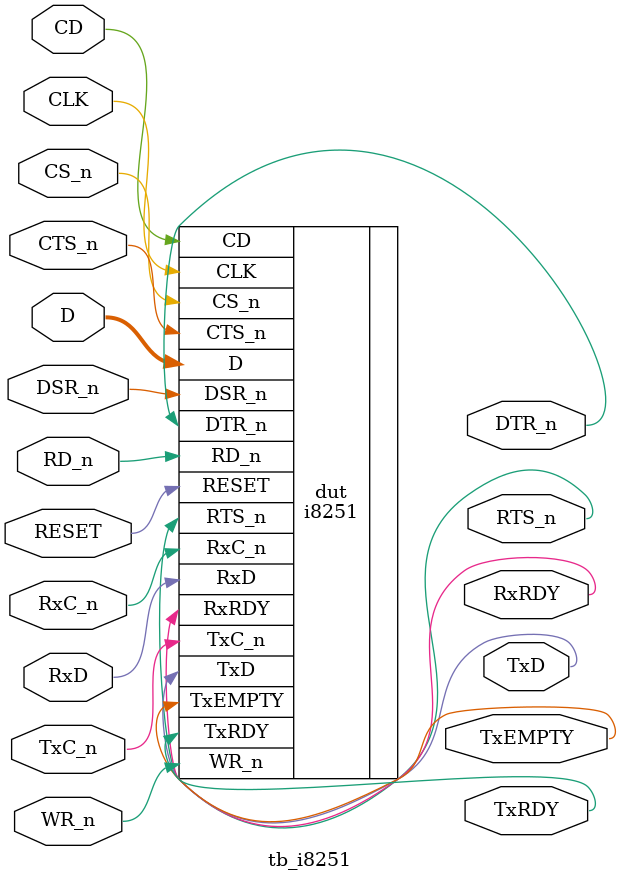
<source format=sv>
module tb_i8251 (
    input        CLK,
    input        RESET,
    input        CS_n,
    input        WR_n,
    input        RD_n,
    input        CD,
    inout [7:0]  D,
    
    input        RxD,
    output       RxRDY,
    input        RxC_n,

    output       TxD,
    output       TxRDY,
    output       TxEMPTY,
    input        TxC_n,

    input        DSR_n,
    output       DTR_n,

    input        CTS_n,
    output       RTS_n
);

    i8251 dut (
        .CLK(CLK),
        .RESET(RESET),
        .CS_n(CS_n),
        .WR_n(WR_n),
        .RD_n(RD_n),
        .CD(CD),
        .D(D),
        
        .RxD(RxD),
        .RxRDY(RxRDY),
        .RxC_n(RxC_n),

        .TxD(TxD),
        .TxRDY(TxRDY),
        .TxEMPTY(TxEMPTY),
        .TxC_n(TxC_n),

        .DSR_n(DSR_n),
        .DTR_n(DTR_n),

        .CTS_n(CTS_n),
        .RTS_n(RTS_n)
    );

endmodule

</source>
